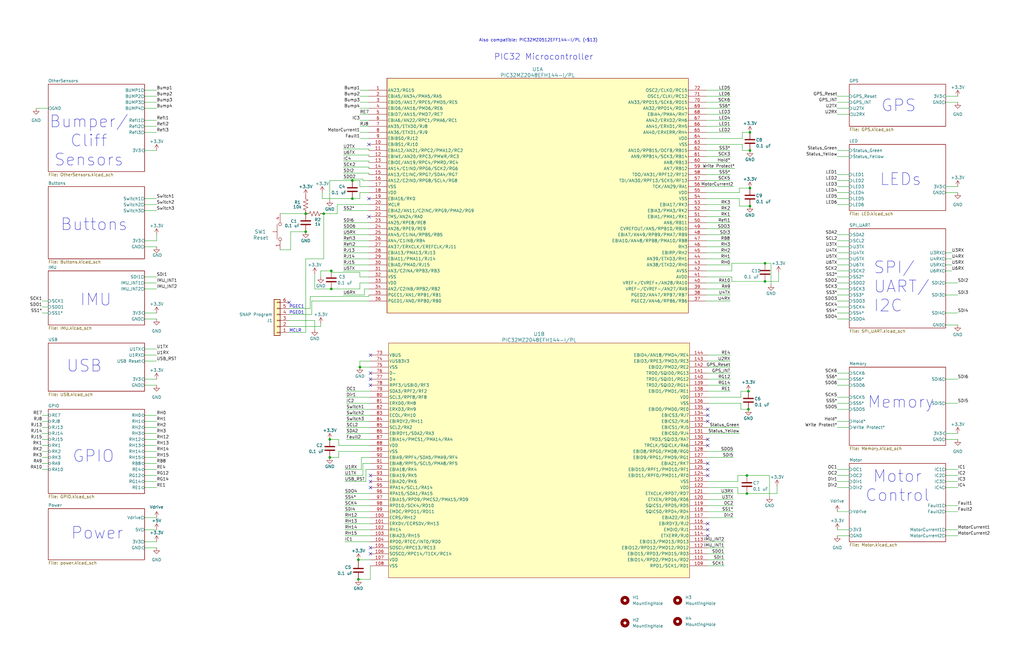
<source format=kicad_sch>
(kicad_sch (version 20250114) (generator "eeschema") (generator_version "9.0")
  (paper "B")
  (title_block (title "MCU Controller") (date "2025-06-11") (rev "0.3") (company "satomm@stanford.edu") (comment 1 "Department of Civil and Environmental Engineering") (comment 2 "Engineering Informatics Group") (comment 3 "Stanford University") (comment 4 "Matthew Sato"))
  (text "LEDs" (at 370.84 78.74 0) (effects (font (size 5 5)) (justify left bottom)))
  (text "GPIO" (at 30.48 195.58 0) (effects (font (size 5 5)) (justify left bottom)))
  (text "Motor\nControl" (at 378.46 212.09 0) (effects (font (size 5 5)) (justify bottom)))
  (text "PGEC1" (at 121.92 130.175 0) (effects (font (size 1.27 1.27)) (justify left bottom)))
  (text "GPS" (at 371.475 47.625 0) (effects (font (size 5 5)) (justify left bottom)))
  (text "Power" (at 29.845 227.965 0) (effects (font (size 5 5)) (justify left bottom)))
  (text "MCLR" (at 121.92 140.335 0) (effects (font (size 1.27 1.27)) (justify left bottom)))
  (text "PIC32 Microcontroller" (at 229.235 24.13 0) (effects (font (size 2.54 2.54))))
  (text "Also compatible: PIC32MZ0512EFF144-I/PL (~$13)" (at 201.93 17.78 0) (effects (font (size 1.27 1.27)) (justify left bottom)))
  (text "Buttons" (at 25.4 97.79 0) (effects (font (size 5 5)) (justify left bottom)))
  (text "PGED1" (at 121.92 132.715 0) (effects (font (size 1.27 1.27)) (justify left bottom)))
  (text "USB" (at 27.94 157.48 0) (effects (font (size 5 5)) (justify left bottom)))
  (text "Bumper/\nCliff\nSensors" (at 37.465 70.485 0) (effects (font (size 5 5)) (justify bottom)))
  (text "SPI/\nUART/\nI2C" (at 368.3 132.08 0) (effects (font (size 5 5)) (justify left bottom)))
  (text "Memory" (at 365.76 172.72 0) (effects (font (size 5 5)) (justify left bottom)))
  (text "IMU" (at 33.655 129.54 0) (effects (font (size 5 5)) (justify left bottom)))
  (junction (at 315.595 165.1))
  (junction (at 316.23 86.995))
  (junction (at 315.595 172.72))
  (junction (at 314.96 208.28))
  (junction (at 139.065 193.04))
  (junction (at 139.7 114.3))
  (junction (at 139.065 185.42))
  (junction (at 316.23 55.88))
  (junction (at 151.13 244.475))
  (junction (at 316.23 79.375))
  (junction (at 128.905 97.79))
  (junction (at 128.905 90.17))
  (junction (at 322.58 111.125))
  (junction (at 314.96 200.66))
  (junction (at 151.13 236.22))
  (junction (at 151.765 154.94))
  (junction (at 139.7 121.92))
  (junction (at 322.58 118.745))
  (junction (at 316.23 63.5))
  (junction (at 148.59 83.82))
  (junction (at 136.525 90.17))
  (junction (at 148.59 76.2))
  (no_connect (at 298.45 172.72))
  (no_connect (at 298.45 226.06))
  (no_connect (at 298.45 185.42))
  (no_connect (at 156.21 203.2))
  (no_connect (at 155.575 60.96))
  (no_connect (at 156.21 162.56))
  (no_connect (at 298.45 175.26))
  (no_connect (at 156.21 149.86))
  (no_connect (at 298.45 200.66))
  (no_connect (at 298.45 177.8))
  (no_connect (at 156.21 157.48))
  (no_connect (at 121.92 127.635))
  (no_connect (at 298.45 195.58))
  (no_connect (at 156.21 231.14))
  (no_connect (at 155.575 83.82))
  (no_connect (at 298.45 187.96))
  (no_connect (at 298.45 220.98))
  (no_connect (at 298.45 198.12))
  (no_connect (at 156.21 160.02))
  (no_connect (at 156.21 200.66))
  (no_connect (at 155.575 91.44))
  (no_connect (at 156.21 205.74))
  (no_connect (at 298.45 223.52))
  (no_connect (at 156.21 233.68))
  (wire (pts (xy 151.765 116.84) (xy 155.575 116.84)))
  (wire (pts (xy 353.06 48.26) (xy 358.14 48.26)))
  (wire (pts (xy 17.78 185.42) (xy 20.32 185.42)))
  (wire (pts (xy 60.96 203.2) (xy 66.04 203.2)))
  (wire (pts (xy 313.055 58.42) (xy 313.055 55.88)))
  (wire (pts (xy 398.78 213.36) (xy 403.86 213.36)))
  (wire (pts (xy 298.45 190.5) (xy 309.245 190.5)))
  (wire (pts (xy 60.96 38.1) (xy 66.04 38.1)))
  (wire (pts (xy 398.78 160.02) (xy 403.86 160.02)))
  (wire (pts (xy 118.11 105.41) (xy 122.555 105.41)))
  (wire (pts (xy 297.815 121.92) (xy 307.975 121.92)))
  (wire (pts (xy 297.815 88.9) (xy 307.975 88.9)))
  (wire (pts (xy 401.32 109.22) (xy 398.78 109.22)))
  (wire (pts (xy 151.765 53.34) (xy 155.575 53.34)))
  (wire (pts (xy 145.415 226.06) (xy 156.21 226.06)))
  (wire (pts (xy 353.06 134.62) (xy 358.14 134.62)))
  (wire (pts (xy 353.06 167.64) (xy 358.14 167.64)))
  (wire (pts (xy 152.4 193.04) (xy 152.4 198.12)))
  (wire (pts (xy 17.78 180.34) (xy 20.32 180.34)))
  (wire (pts (xy 60.96 134.62) (xy 66.04 134.62)))
  (wire (pts (xy 151.765 152.4) (xy 151.765 154.94)))
  (wire (pts (xy 17.78 127) (xy 20.32 127)))
  (wire (pts (xy 153.035 76.2) (xy 153.035 75.565)))
  (wire (pts (xy 353.06 124.46) (xy 358.14 124.46)))
  (wire (pts (xy 153.035 195.58) (xy 153.035 200.66)))
  (wire (pts (xy 311.15 200.66) (xy 314.96 200.66)))
  (wire (pts (xy 327.66 205.105) (xy 327.66 208.28)))
  (wire (pts (xy 146.05 167.64) (xy 156.21 167.64)))
  (wire (pts (xy 156.21 190.5) (xy 142.875 190.5)))
  (wire (pts (xy 353.06 78.74) (xy 358.14 78.74)))
  (wire (pts (xy 311.15 208.28) (xy 314.96 208.28)))
  (wire (pts (xy 297.815 40.64) (xy 307.975 40.64)))
  (wire (pts (xy 297.815 50.8) (xy 307.975 50.8)))
  (wire (pts (xy 142.875 190.5) (xy 142.875 193.04)))
  (wire (pts (xy 308.61 114.3) (xy 308.61 111.125)))
  (wire (pts (xy 311.785 83.82) (xy 311.785 86.995)))
  (wire (pts (xy 297.815 99.06) (xy 307.975 99.06)))
  (wire (pts (xy 17.78 198.12) (xy 20.32 198.12)))
  (wire (pts (xy 60.96 175.26) (xy 66.04 175.26)))
  (wire (pts (xy 146.05 185.42) (xy 156.21 185.42)))
  (wire (pts (xy 155.575 73.025) (xy 155.575 73.66)))
  (wire (pts (xy 155.575 86.36) (xy 142.24 86.36)))
  (wire (pts (xy 353.06 63.5) (xy 358.14 63.5)))
  (wire (pts (xy 297.815 43.18) (xy 307.975 43.18)))
  (wire (pts (xy 297.815 45.72) (xy 307.975 45.72)))
  (wire (pts (xy 297.815 109.22) (xy 307.975 109.22)))
  (wire (pts (xy 398.78 185.42) (xy 403.86 185.42)))
  (wire (pts (xy 398.78 40.64) (xy 403.86 40.64)))
  (wire (pts (xy 145.415 220.98) (xy 156.21 220.98)))
  (wire (pts (xy 398.78 119.38) (xy 403.86 119.38)))
  (wire (pts (xy 142.875 187.96) (xy 142.875 185.42)))
  (wire (pts (xy 297.815 101.6) (xy 307.848 101.6)))
  (wire (pts (xy 398.78 200.66) (xy 403.86 200.66)))
  (wire (pts (xy 298.45 160.02) (xy 307.975 160.02)))
  (wire (pts (xy 60.96 55.88) (xy 66.04 55.88)))
  (wire (pts (xy 151.765 81.28) (xy 151.765 83.82)))
  (wire (pts (xy 144.78 109.22) (xy 155.575 109.22)))
  (wire (pts (xy 403.86 182.88) (xy 398.78 182.88)))
  (wire (pts (xy 324.485 209.55) (xy 324.485 200.66)))
  (wire (pts (xy 60.96 116.84) (xy 66.04 116.84)))
  (wire (pts (xy 146.05 170.18) (xy 156.21 170.18)))
  (wire (pts (xy 312.42 172.72) (xy 312.42 170.18)))
  (wire (pts (xy 297.815 111.76) (xy 307.975 111.76)))
  (wire (pts (xy 66.04 147.32) (xy 60.96 147.32)))
  (wire (pts (xy 66.04 160.02) (xy 60.96 160.02)))
  (wire (pts (xy 17.78 187.96) (xy 20.32 187.96)))
  (wire (pts (xy 298.45 193.04) (xy 309.245 193.04)))
  (wire (pts (xy 155.575 119.38) (xy 151.765 119.38)))
  (wire (pts (xy 353.06 226.06) (xy 358.14 226.06)))
  (wire (pts (xy 298.45 228.6) (xy 305.435 228.6)))
  (wire (pts (xy 66.04 149.86) (xy 60.96 149.86)))
  (wire (pts (xy 297.815 83.82) (xy 311.785 83.82)))
  (wire (pts (xy 151.765 119.38) (xy 151.765 121.92)))
  (wire (pts (xy 60.96 121.92) (xy 66.04 121.92)))
  (wire (pts (xy 311.15 200.66) (xy 311.15 203.2)))
  (wire (pts (xy 151.765 58.42) (xy 155.575 58.42)))
  (wire (pts (xy 60.96 43.18) (xy 66.04 43.18)))
  (wire (pts (xy 60.96 223.52) (xy 66.04 223.52)))
  (wire (pts (xy 353.06 114.3) (xy 358.14 114.3)))
  (wire (pts (xy 60.96 132.08) (xy 66.04 132.08)))
  (wire (pts (xy 155.575 127) (xy 131.445 127)))
  (wire (pts (xy 144.78 75.565) (xy 153.035 75.565)))
  (wire (pts (xy 297.815 104.14) (xy 307.975 104.14)))
  (wire (pts (xy 156.21 193.04) (xy 152.4 193.04)))
  (wire (pts (xy 297.815 93.98) (xy 307.975 93.98)))
  (wire (pts (xy 144.78 88.9) (xy 155.575 88.9)))
  (wire (pts (xy 144.78 114.3) (xy 155.575 114.3)))
  (wire (pts (xy 142.24 90.17) (xy 136.525 90.17)))
  (wire (pts (xy 297.815 58.42) (xy 313.055 58.42)))
  (wire (pts (xy 312.42 165.1) (xy 315.595 165.1)))
  (wire (pts (xy 353.06 215.9) (xy 358.14 215.9)))
  (wire (pts (xy 353.06 116.84) (xy 358.14 116.84)))
  (wire (pts (xy 145.415 203.2) (xy 154.305 203.2)))
  (wire (pts (xy 144.78 70.485) (xy 155.575 70.485)))
  (wire (pts (xy 353.06 66.04) (xy 358.14 66.04)))
  (wire (pts (xy 312.42 167.64) (xy 312.42 165.1)))
  (wire (pts (xy 155.575 81.28) (xy 151.765 81.28)))
  (wire (pts (xy 60.96 182.88) (xy 66.04 182.88)))
  (wire (pts (xy 316.23 79.375) (xy 311.785 79.375)))
  (wire (pts (xy 353.06 200.66) (xy 358.14 200.66)))
  (wire (pts (xy 128.905 109.22) (xy 136.525 109.22)))
  (wire (pts (xy 136.525 109.22) (xy 136.525 90.17)))
  (wire (pts (xy 297.815 114.3) (xy 308.61 114.3)))
  (wire (pts (xy 353.06 119.38) (xy 358.14 119.38)))
  (wire (pts (xy 144.78 101.6) (xy 155.575 101.6)))
  (wire (pts (xy 403.86 81.28) (xy 398.78 81.28)))
  (wire (pts (xy 139.065 76.2) (xy 148.59 76.2)))
  (wire (pts (xy 353.06 43.18) (xy 358.14 43.18)))
  (wire (pts (xy 146.05 180.34) (xy 156.21 180.34)))
  (wire (pts (xy 118.11 90.17) (xy 128.905 90.17)))
  (wire (pts (xy 132.715 121.92) (xy 139.7 121.92)))
  (wire (pts (xy 156.21 244.475) (xy 151.13 244.475)))
  (wire (pts (xy 353.06 157.48) (xy 358.14 157.48)))
  (wire (pts (xy 156.21 198.12) (xy 154.305 198.12)))
  (wire (pts (xy 144.78 104.14) (xy 155.575 104.14)))
  (wire (pts (xy 297.815 66.04) (xy 307.975 66.04)))
  (wire (pts (xy 144.78 99.06) (xy 155.575 99.06)))
  (wire (pts (xy 122.555 97.79) (xy 128.905 97.79)))
  (wire (pts (xy 60.96 88.9) (xy 66.04 88.9)))
  (wire (pts (xy 146.05 172.72) (xy 156.21 172.72)))
  (wire (pts (xy 60.96 190.5) (xy 66.04 190.5)))
  (wire (pts (xy 353.06 104.14) (xy 358.14 104.14)))
  (wire (pts (xy 353.06 45.72) (xy 358.14 45.72)))
  (wire (pts (xy 313.055 60.96) (xy 297.815 60.96)))
  (wire (pts (xy 353.06 111.76) (xy 358.14 111.76)))
  (wire (pts (xy 144.78 106.68) (xy 155.575 106.68)))
  (wire (pts (xy 353.06 177.8) (xy 358.14 177.8)))
  (wire (pts (xy 298.45 215.9) (xy 309.245 215.9)))
  (wire (pts (xy 144.78 124.46) (xy 153.67 124.46)))
  (wire (pts (xy 297.815 91.44) (xy 307.975 91.44)))
  (wire (pts (xy 153.67 121.92) (xy 155.575 121.92)))
  (wire (pts (xy 298.45 218.44) (xy 309.245 218.44)))
  (wire (pts (xy 15.24 45.72) (xy 20.32 45.72)))
  (wire (pts (xy 155.575 70.485) (xy 155.575 71.12)))
  (wire (pts (xy 139.7 114.935) (xy 139.7 114.3)))
  (wire (pts (xy 145.415 198.12) (xy 152.4 198.12)))
  (wire (pts (xy 308.61 118.745) (xy 308.61 116.84)))
  (wire (pts (xy 353.06 127) (xy 358.14 127)))
  (wire (pts (xy 139.065 84.455) (xy 139.065 76.2)))
  (wire (pts (xy 146.05 165.1) (xy 156.21 165.1)))
  (wire (pts (xy 312.42 170.18) (xy 298.45 170.18)))
  (wire (pts (xy 17.78 190.5) (xy 20.32 190.5)))
  (wire (pts (xy 353.06 223.52) (xy 358.14 223.52)))
  (wire (pts (xy 353.06 106.68) (xy 358.14 106.68)))
  (wire (pts (xy 353.06 76.2) (xy 358.14 76.2)))
  (wire (pts (xy 298.45 180.34) (xy 311.785 180.34)))
  (wire (pts (xy 325.12 120.015) (xy 325.12 111.125)))
  (wire (pts (xy 17.78 195.58) (xy 20.32 195.58)))
  (wire (pts (xy 121.92 140.335) (xy 128.905 140.335)))
  (wire (pts (xy 146.05 175.26) (xy 156.21 175.26)))
  (wire (pts (xy 144.78 65.405) (xy 155.575 65.405)))
  (wire (pts (xy 151.765 45.72) (xy 155.575 45.72)))
  (wire (pts (xy 155.575 67.945) (xy 155.575 68.58)))
  (wire (pts (xy 128.905 140.335) (xy 128.905 109.22)))
  (wire (pts (xy 328.295 114.935) (xy 328.295 118.745)))
  (wire (pts (xy 298.45 238.76) (xy 305.435 238.76)))
  (wire (pts (xy 142.875 193.04) (xy 139.065 193.04)))
  (wire (pts (xy 297.815 127) (xy 307.975 127)))
  (wire (pts (xy 298.45 210.82) (xy 309.245 210.82)))
  (wire (pts (xy 144.78 111.76) (xy 155.575 111.76)))
  (wire (pts (xy 313.055 55.88) (xy 316.23 55.88)))
  (wire (pts (xy 353.06 81.28) (xy 358.14 81.28)))
  (wire (pts (xy 353.06 101.6) (xy 358.14 101.6)))
  (wire (pts (xy 298.45 157.48) (xy 307.975 157.48)))
  (wire (pts (xy 60.96 205.74) (xy 66.04 205.74)))
  (wire (pts (xy 132.715 139.065) (xy 132.715 135.255)))
  (wire (pts (xy 130.81 125.095) (xy 130.81 130.175)))
  (wire (pts (xy 328.295 118.745) (xy 322.58 118.745)))
  (wire (pts (xy 398.78 205.74) (xy 403.86 205.74)))
  (wire (pts (xy 353.06 121.92) (xy 358.14 121.92)))
  (wire (pts (xy 398.78 203.2) (xy 403.86 203.2)))
  (wire (pts (xy 132.715 115.57) (xy 132.715 121.92)))
  (wire (pts (xy 311.15 208.28) (xy 311.15 205.74)))
  (wire (pts (xy 155.575 125.095) (xy 130.81 125.095)))
  (wire (pts (xy 156.21 238.76) (xy 156.21 244.475)))
  (wire (pts (xy 66.04 86.36) (xy 60.96 86.36)))
  (wire (pts (xy 298.45 167.64) (xy 312.42 167.64)))
  (wire (pts (xy 60.96 198.12) (xy 66.04 198.12)))
  (wire (pts (xy 308.61 118.745) (xy 322.58 118.745)))
  (wire (pts (xy 145.415 213.36) (xy 156.21 213.36)))
  (wire (pts (xy 60.96 152.4) (xy 66.04 152.4)))
  (wire (pts (xy 311.15 205.74) (xy 298.45 205.74)))
  (wire (pts (xy 398.78 78.74) (xy 403.86 78.74)))
  (wire (pts (xy 60.96 53.34) (xy 66.04 53.34)))
  (wire (pts (xy 398.78 132.08) (xy 403.86 132.08)))
  (wire (pts (xy 324.485 200.66) (xy 314.96 200.66)))
  (wire (pts (xy 401.32 106.68) (xy 398.78 106.68)))
  (wire (pts (xy 353.06 198.12) (xy 358.14 198.12)))
  (wire (pts (xy 155.575 76.2) (xy 153.035 76.2)))
  (wire (pts (xy 151.765 50.8) (xy 155.575 50.8)))
  (wire (pts (xy 308.61 116.84) (xy 297.815 116.84)))
  (wire (pts (xy 327.66 208.28) (xy 314.96 208.28)))
  (wire (pts (xy 142.875 185.42) (xy 139.065 185.42)))
  (wire (pts (xy 353.06 172.72) (xy 358.14 172.72)))
  (wire (pts (xy 297.815 124.46) (xy 307.975 124.46)))
  (wire (pts (xy 353.06 99.06) (xy 358.14 99.06)))
  (wire (pts (xy 135.255 116.84) (xy 135.255 114.3)))
  (wire (pts (xy 297.815 86.36) (xy 307.975 86.36)))
  (wire (pts (xy 151.765 76.2) (xy 151.765 78.74)))
  (wire (pts (xy 156.21 187.96) (xy 142.875 187.96)))
  (wire (pts (xy 297.815 38.1) (xy 307.975 38.1)))
  (wire (pts (xy 298.45 231.14) (xy 305.435 231.14)))
  (wire (pts (xy 398.78 170.18) (xy 403.86 170.18)))
  (wire (pts (xy 60.96 50.8) (xy 66.04 50.8)))
  (wire (pts (xy 151.765 78.74) (xy 155.575 78.74)))
  (wire (pts (xy 353.06 162.56) (xy 358.14 162.56)))
  (wire (pts (xy 308.61 111.125) (xy 322.58 111.125)))
  (wire (pts (xy 155.575 65.405) (xy 155.575 66.04)))
  (wire (pts (xy 60.96 187.96) (xy 66.04 187.96)))
  (wire (pts (xy 298.45 213.36) (xy 309.245 213.36)))
  (wire (pts (xy 353.06 132.08) (xy 358.14 132.08)))
  (wire (pts (xy 297.815 48.26) (xy 307.975 48.26)))
  (wire (pts (xy 151.13 236.22) (xy 151.13 236.855)))
  (wire (pts (xy 316.23 63.5) (xy 313.055 63.5)))
  (wire (pts (xy 60.96 180.34) (xy 66.04 180.34)))
  (wire (pts (xy 153.67 121.92) (xy 153.67 124.46)))
  (wire (pts (xy 60.96 185.42) (xy 66.04 185.42)))
  (wire (pts (xy 401.32 114.3) (xy 398.78 114.3)))
  (wire (pts (xy 353.06 86.36) (xy 358.14 86.36)))
  (wire (pts (xy 60.96 119.38) (xy 66.04 119.38)))
  (wire (pts (xy 353.06 203.2) (xy 358.14 203.2)))
  (wire (pts (xy 17.78 129.54) (xy 20.32 129.54)))
  (wire (pts (xy 298.45 152.4) (xy 307.975 152.4)))
  (wire (pts (xy 139.7 121.92) (xy 151.765 121.92)))
  (wire (pts (xy 297.815 73.66) (xy 307.975 73.66)))
  (wire (pts (xy 60.96 63.5) (xy 66.04 63.5)))
  (wire (pts (xy 60.96 200.66) (xy 66.04 200.66)))
  (wire (pts (xy 311.15 203.2) (xy 298.45 203.2)))
  (wire (pts (xy 398.78 124.46) (xy 403.86 124.46)))
  (wire (pts (xy 145.415 215.9) (xy 156.21 215.9)))
  (wire (pts (xy 311.785 86.995) (xy 316.23 86.995)))
  (wire (pts (xy 131.445 127) (xy 131.445 132.715)))
  (wire (pts (xy 135.255 137.795) (xy 121.92 137.795)))
  (wire (pts (xy 60.96 101.6) (xy 66.04 101.6)))
  (wire (pts (xy 297.815 63.5) (xy 307.975 63.5)))
  (wire (pts (xy 135.255 114.3) (xy 139.7 114.3)))
  (wire (pts (xy 139.7 114.935) (xy 151.765 114.935)))
  (wire (pts (xy 353.06 83.82) (xy 358.14 83.82)))
  (wire (pts (xy 353.06 40.64) (xy 358.14 40.64)))
  (wire (pts (xy 298.45 233.68) (xy 305.435 233.68)))
  (wire (pts (xy 17.78 177.8) (xy 20.32 177.8)))
  (wire (pts (xy 151.765 154.94) (xy 156.21 154.94)))
  (wire (pts (xy 145.415 208.28) (xy 156.21 208.28)))
  (wire (pts (xy 353.06 73.66) (xy 358.14 73.66)))
  (wire (pts (xy 151.765 43.18) (xy 155.575 43.18)))
  (wire (pts (xy 398.78 223.52) (xy 403.86 223.52)))
  (wire (pts (xy 398.78 198.12) (xy 403.86 198.12)))
  (wire (pts (xy 398.78 215.9) (xy 403.86 215.9)))
  (wire (pts (xy 60.96 45.72) (xy 66.04 45.72)))
  (wire (pts (xy 151.765 40.64) (xy 155.575 40.64)))
  (wire (pts (xy 17.78 193.04) (xy 20.32 193.04)))
  (wire (pts (xy 66.04 104.14) (xy 60.96 104.14)))
  (wire (pts (xy 142.24 86.36) (xy 142.24 90.17)))
  (wire (pts (xy 325.12 111.125) (xy 322.58 111.125)))
  (wire (pts (xy 66.04 101.6) (xy 66.04 99.06)))
  (wire (pts (xy 66.04 228.6) (xy 60.96 228.6)))
  (wire (pts (xy 145.415 210.82) (xy 156.21 210.82)))
  (wire (pts (xy 148.59 76.2) (xy 151.765 76.2)))
  (wire (pts (xy 156.21 195.58) (xy 153.035 195.58)))
  (wire (pts (xy 144.78 62.865) (xy 155.575 62.865)))
  (wire (pts (xy 60.96 193.04) (xy 66.04 193.04)))
  (wire (pts (xy 145.415 200.66) (xy 153.035 200.66)))
  (wire (pts (xy 297.815 96.52) (xy 307.848 96.52)))
  (wire (pts (xy 146.05 182.88) (xy 156.21 182.88)))
  (wire (pts (xy 298.45 149.86) (xy 307.975 149.86)))
  (wire (pts (xy 298.45 208.28) (xy 309.245 208.28)))
  (wire (pts (xy 353.06 170.18) (xy 358.14 170.18)))
  (wire (pts (xy 353.06 160.02) (xy 358.14 160.02)))
  (wire (pts (xy 144.78 67.945) (xy 155.575 67.945)))
  (wire (pts (xy 151.765 48.26) (xy 155.575 48.26)))
  (wire (pts (xy 353.06 180.34) (xy 358.14 180.34)))
  (wire (pts (xy 151.765 83.82) (xy 148.59 83.82)))
  (wire (pts (xy 17.78 175.26) (xy 20.32 175.26)))
  (wire (pts (xy 122.555 105.41) (xy 122.555 97.79)))
  (wire (pts (xy 353.06 205.74) (xy 358.14 205.74)))
  (wire (pts (xy 17.78 182.88) (xy 20.32 182.88)))
  (wire (pts (xy 155.575 62.865) (xy 155.575 63.5)))
  (wire (pts (xy 60.96 195.58) (xy 66.04 195.58)))
  (wire (pts (xy 297.815 55.88) (xy 307.975 55.88)))
  (wire (pts (xy 151.765 114.935) (xy 151.765 116.84)))
  (wire (pts (xy 297.815 76.2) (xy 307.975 76.2)))
  (wire (pts (xy 146.05 177.8) (xy 156.21 177.8)))
  (wire (pts (xy 144.78 73.025) (xy 155.575 73.025)))
  (wire (pts (xy 60.96 40.64) (xy 66.04 40.64)))
  (wire (pts (xy 298.45 154.94) (xy 307.975 154.94)))
  (wire (pts (xy 156.21 152.4) (xy 151.765 152.4)))
  (wire (pts (xy 297.815 53.34) (xy 307.975 53.34)))
  (wire (pts (xy 145.415 218.44) (xy 156.21 218.44)))
  (wire (pts (xy 156.21 236.22) (xy 151.13 236.22)))
  (wire (pts (xy 60.96 162.56) (xy 66.04 162.56)))
  (wire (pts (xy 132.715 135.255) (xy 121.92 135.255)))
  (wire (pts (xy 66.04 231.14) (xy 60.96 231.14)))
  (wire (pts (xy 297.815 119.38) (xy 307.975 119.38)))
  (wire (pts (xy 398.78 226.06) (xy 403.86 226.06)))
  (wire (pts (xy 135.255 136.525) (xy 135.255 137.795)))
  (wire (pts (xy 298.45 165.1) (xy 307.975 165.1)))
  (wire (pts (xy 311.785 79.375) (xy 311.785 81.28)))
  (wire (pts (xy 151.765 38.1) (xy 155.575 38.1)))
  (wire (pts (xy 131.445 132.715) (xy 121.92 132.715)))
  (wire (pts (xy 66.04 218.44) (xy 60.96 218.44)))
  (wire (pts (xy 130.81 130.175) (xy 121.92 130.175)))
  (wire (pts (xy 353.06 109.22) (xy 358.14 109.22)))
  (wire (pts (xy 135.89 83.82) (xy 148.59 83.82)))
  (wire (pts (xy 297.815 78.74) (xy 309.245 78.74)))
  (wire (pts (xy 144.78 96.52) (xy 155.575 96.52)))
  (wire (pts (xy 403.86 43.18) (xy 398.78 43.18)))
  (wire (pts (xy 298.45 182.88) (xy 311.785 182.88)))
  (wire (pts (xy 297.815 71.12) (xy 309.88 71.12)))
  (wire (pts (xy 297.815 68.58) (xy 307.975 68.58)))
  (wire (pts (xy 151.765 55.88) (xy 155.575 55.88)))
  (wire (pts (xy 17.78 132.08) (xy 20.32 132.08)))
  (wire (pts (xy 155.575 125.095) (xy 155.575 124.46)))
  (wire (pts (xy 401.32 111.76) (xy 398.78 111.76)))
  (wire (pts (xy 145.415 223.52) (xy 156.21 223.52)))
  (wire (pts (xy 297.815 106.68) (xy 307.975 106.68)))
  (wire (pts (xy 60.96 177.8) (xy 66.04 177.8)))
  (wire (pts (xy 315.595 172.72) (xy 312.42 172.72)))
  (wire (pts (xy 144.78 93.98) (xy 155.575 93.98)))
  (wire (pts (xy 145.415 228.6) (xy 156.21 228.6)))
  (wire (pts (xy 60.96 83.82) (xy 66.04 83.82)))
  (wire (pts (xy 298.45 236.22) (xy 305.435 236.22)))
  (wire (pts (xy 313.055 63.5) (xy 313.055 60.96)))
  (wire (pts (xy 135.89 81.28) (xy 135.89 83.82)))
  (wire (pts (xy 311.785 81.28) (xy 297.815 81.28)))
  (wire (pts (xy 298.45 162.56) (xy 307.975 162.56)))
  (wire (pts (xy 398.78 137.16) (xy 403.86 137.16)))
  (wire (pts (xy 353.06 129.54) (xy 358.14 129.54)))
  (wire (pts (xy 154.305 198.12) (xy 154.305 203.2)))
  (label "RJ13" (at 17.78 180.34 180))
  (label "LED2" (at 307.975 55.88 180))
  (label "Hold*" (at 307.975 68.58 180))
  (label "RH2" (at 307.975 106.68 180))
  (label "IC4" (at 403.86 205.74 0))
  (label "SS1*" (at 17.78 132.08 180))
  (label "IMU_INT2" (at 66.04 121.92 0))
  (label "RK3" (at 17.78 193.04 180))
  (label "U6RX" (at 401.32 114.3 0))
  (label "U5TX" (at 353.06 109.22 180))
  (label "SDI5" (at 403.86 170.18 0))
  (label "RH14" (at 145.415 223.52 0))
  (label "IMU_INT2" (at 305.435 228.6 180))
  (label "OC2" (at 309.245 213.36 180))
  (label "Switch3" (at 66.04 88.9 0))
  (label "Write Protect*" (at 353.06 180.34 180))
  (label "IMU_INT1" (at 305.435 231.14 180))
  (label "SDA2" (at 353.06 99.06 180))
  (label "U5RX" (at 401.32 111.76 0))
  (label "SDO3" (at 307.848 96.52 180))
  (label "SCK4" (at 353.06 129.54 180))
  (label "RH12" (at 66.04 185.42 0))
  (label "RK2" (at 17.78 190.5 180))
  (label "RG14" (at 307.975 162.56 180))
  (label "OC1" (at 146.05 165.1 0))
  (label "IC2" (at 146.05 170.18 0))
  (label "MotorCurrent1" (at 403.86 223.52 0))
  (label "Refl3" (at 66.04 55.88 0))
  (label "SS4*" (at 353.06 132.08 180))
  (label "SDI3" (at 403.86 124.46 0))
  (label "LED5" (at 353.06 83.82 180))
  (label "RK2" (at 307.975 88.9 180))
  (label "SDO1" (at 17.78 129.54 180))
  (label "RG14" (at 66.04 203.2 0))
  (label "RE4" (at 66.04 198.12 0))
  (label "SDO6" (at 144.78 96.52 0))
  (label "RE7" (at 151.765 48.26 0))
  (label "SS3*" (at 353.06 124.46 180))
  (label "LED4" (at 353.06 81.28 180))
  (label "Refl1" (at 66.04 50.8 0))
  (label "IMU_INT1" (at 66.04 119.38 0))
  (label "SDI5" (at 309.245 193.04 180))
  (label "U5RX" (at 144.78 99.06 0))
  (label "RJ14" (at 144.78 109.22 0))
  (label "RH3" (at 307.975 104.14 180))
  (label "RH13" (at 145.415 220.98 0))
  (label "SDO3" (at 353.06 127 180))
  (label "Status_Yellow" (at 353.06 66.04 180))
  (label "SCK4" (at 145.415 213.36 0))
  (label "U3TX" (at 309.245 210.82 180))
  (label "Refl2" (at 66.04 53.34 0))
  (label "IC1" (at 145.415 228.6 0))
  (label "RK3" (at 307.975 86.36 180))
  (label "RJ14" (at 17.78 182.88 180))
  (label "RJ8" (at 17.78 177.8 180))
  (label "SS5*" (at 307.975 73.66 180))
  (label "RB8" (at 66.04 195.58 0))
  (label "Status_Green" (at 353.06 63.5 180))
  (label "SDO1" (at 305.435 233.68 180))
  (label "SCK6" (at 353.06 157.48 180))
  (label "SDO5" (at 353.06 172.72 180))
  (label "SCK5" (at 353.06 167.64 180))
  (label "SDI6" (at 144.78 93.98 0))
  (label "SDI4" (at 403.86 132.08 0))
  (label "SDA2" (at 146.05 182.88 0))
  (label "SS6*" (at 353.06 160.02 180))
  (label "SCK6" (at 307.975 43.18 180))
  (label "U3RX" (at 401.32 106.68 0))
  (label "Write Protect*" (at 309.88 71.12 180))
  (label "U4TX" (at 307.975 124.46 180))
  (label "U6TX" (at 144.78 65.405 0))
  (label "RJ13" (at 144.78 106.68 0))
  (label "U5TX" (at 144.78 114.3 0))
  (label "U2TX" (at 353.06 45.72 180))
  (label "USB_RST" (at 66.04 152.4 0))
  (label "Dir1" (at 146.05 167.64 0))
  (label "RH12" (at 145.415 218.44 0))
  (label "RA9" (at 17.78 195.58 180))
  (label "Bump1" (at 66.04 38.1 0))
  (label "U6RX" (at 144.78 124.46 0))
  (label "RH2" (at 66.04 180.34 0))
  (label "SDO4" (at 353.06 134.62 180))
  (label "RA10" (at 307.975 119.38 180))
  (label "SCK3" (at 307.975 66.04 180))
  (label "SS2*" (at 144.78 88.9 0))
  (label "SS6*" (at 307.975 45.72 180))
  (label "SCK1" (at 305.435 238.76 180))
  (label "SDI2" (at 403.86 119.38 0))
  (label "U3RX" (at 309.245 208.28 180))
  (label "RA9" (at 307.975 121.92 180))
  (label "MotorCurrent1" (at 151.765 55.88 180))
  (label "Fault2" (at 403.86 215.9 0))
  (label "SCL2" (at 353.06 101.6 180))
  (label "RH15" (at 66.04 193.04 0))
  (label "SCL2" (at 146.05 180.34 0))
  (label "RH0" (at 307.975 111.76 180))
  (label "SDI6" (at 403.86 160.02 0))
  (label "SDO5" (at 309.245 190.5 180))
  (label "SCK2" (at 353.06 114.3 180))
  (label "Switch3" (at 146.05 177.8 0))
  (label "GPS_INT" (at 307.975 157.48 180))
  (label "Switch2" (at 66.04 86.36 0))
  (label "U3TX" (at 353.06 104.14 180))
  (label "Switch1" (at 66.04 83.82 0))
  (label "RB8" (at 307.848 101.6 180))
  (label "SCK3" (at 353.06 121.92 180))
  (label "U6TX" (at 353.06 111.76 180))
  (label "U4RX" (at 307.975 127 180))
  (label "U1RX" (at 145.415 198.12 0))
  (label "Bump2" (at 66.04 40.64 0))
  (label "SS2*" (at 353.06 116.84 180))
  (label "Fault1" (at 403.86 213.36 0))
  (label "Hold*" (at 353.06 177.8 180))
  (label "MotorCurrent2" (at 309.245 78.74 180))
  (label "RE1" (at 66.04 205.74 0))
  (label "SS4*" (at 145.415 210.82 0))
  (label "LED6" (at 353.06 86.36 180))
  (label "Fault2" (at 146.05 185.42 0))
  (label "IC2" (at 403.86 200.66 0))
  (label "U2RX" (at 353.06 48.26 180))
  (label "SS3*" (at 307.975 63.5 180))
  (label "U2RX" (at 307.975 152.4 180))
  (label "RH14" (at 66.04 190.5 0))
  (label "Dir2" (at 353.06 205.74 180))
  (label "RE7" (at 17.78 175.26 180))
  (label "Bump2" (at 151.765 40.64 180))
  (label "U1TX" (at 66.04 147.32 0))
  (label "RJ8" (at 151.765 53.34 0))
  (label "Bump4" (at 151.765 45.72 180))
  (label "RH3" (at 66.04 182.88 0))
  (label "Fault1" (at 151.765 58.42 180))
  (label "Bump3" (at 66.04 43.18 0))
  (label "SS1*" (at 309.245 215.9 180))
  (label "IC1" (at 403.86 198.12 0))
  (label "RK1" (at 17.78 187.96 180))
  (label "SDI1" (at 305.435 236.22 180))
  (label "IC3" (at 403.86 203.2 0))
  (label "Switch2" (at 146.05 175.26 0))
  (label "SDI3" (at 307.975 99.06 180))
  (label "Refl2" (at 144.78 104.14 0))
  (label "U1RX" (at 66.04 149.86 0))
  (label "RJ15" (at 17.78 185.42 180))
  (label "SDO2" (at 353.06 119.38 180))
  (label "Switch1" (at 146.05 172.72 0))
  (label "LED6" (at 307.975 40.64 180))
  (label "RH1" (at 66.04 177.8 0))
  (label "RH15" (at 145.415 226.06 0))
  (label "RH13" (at 66.04 187.96 0))
  (label "GPS_Reset" (at 307.975 154.94 180))
  (label "U4TX" (at 353.06 106.68 180))
  (label "MotorCurrent2" (at 403.86 226.06 0))
  (label "RE4" (at 307.975 149.86 180))
  (label "IC4" (at 144.78 67.945 0))
  (label "OC2" (at 353.06 200.66 180))
  (label "SCK1" (at 17.78 127 180))
  (label "USB_RST" (at 145.415 203.2 0))
  (label "SCK2" (at 144.78 70.485 0))
  (label "Dir1" (at 353.06 203.2 180))
  (label "U2TX" (at 144.78 62.865 0))
  (label "SDO2" (at 144.78 75.565 0))
  (label "LED5" (at 307.975 38.1 180))
  (label "RK1" (at 307.975 91.44 180))
  (label "RE1" (at 307.975 165.1 180))
  (label "SDI2" (at 144.78 73.025 0))
  (label "IC3" (at 151.765 50.8 180))
  (label "Bump1" (at 151.765 38.1 180))
  (label "GPS_Reset" (at 353.06 40.64 180))
  (label "Dir2" (at 309.245 218.44 180))
  (label "SDI4" (at 145.415 215.9 0))
  (label "LED4" (at 307.975 50.8 180))
  (label "RG12" (at 307.975 160.02 180))
  (label "OC1" (at 353.06 198.12 180))
  (label "Bump3" (at 151.765 43.18 180))
  (label "Refl1" (at 307.975 93.98 180))
  (label "LED1" (at 353.06 73.66 180))
  (label "U1TX" (at 145.415 200.66 0))
  (label "RH0" (at 66.04 175.26 0))
  (label "SS5*" (at 353.06 170.18 180))
  (label "U4RX" (at 401.32 109.22 0))
  (label "RA10" (at 17.78 198.12 180))
  (label "Status_Yellow" (at 311.785 182.88 180))
  (label "LED1" (at 307.975 53.34 180))
  (label "LED3" (at 353.06 78.74 180))
  (label "RJ15" (at 144.78 111.76 0))
  (label "SCK5" (at 307.975 76.2 180))
  (label "RH1" (at 307.975 109.22 180))
  (label "RG12" (at 66.04 200.66 0))
  (label "SDO6" (at 353.06 162.56 180))
  (label "LED3" (at 307.975 48.26 180))
  (label "Bump4" (at 66.04 45.72 0))
  (label "Status_Green" (at 311.785 180.34 180))
  (label "LED2" (at 353.06 76.2 180))
  (label "SDI1" (at 66.04 116.84 0))
  (label "GPS_INT" (at 353.06 43.18 180))
  (label "Refl3" (at 144.78 101.6 0))
  (label "SDO4" (at 145.415 208.28 0))
  (symbol (lib_id "power:GND") (at 151.13 244.475 0) (unit 1)
    (property "Reference" "#PWR024" (effects (hide yes)))
    (property "Value" "GND" (at 151.13 248.285 0))
  )
  (symbol (lib_id "power:GND") (at 325.12 120.015 0) (unit 1)
    (property "Reference" "#PWR034" (effects (hide yes)))
    (property "Value" "GND" (at 325.12 123.825 0))
  )
  (symbol (lib_id "Lab_3:MountingHole") (at 285.75 253.365 0) (unit 1) (in_bom no)
    (property "Reference" "H3" (at 288.925 252.095 0) (effects (justify left)))
    (property "Value" "MountingHole" (at 288.925 254.635 0) (effects (justify left)))
    (property "Footprint" "MountingHole:MountingHole_3.2mm_M3" (effects (hide yes)))
  )
  (symbol (lib_id "power:+3.3V") (at 316.23 79.375 0) (unit 1)
    (property "Reference" "#PWR030" (effects (hide yes)))
    (property "Value" "+3.3V" (at 316.23 75.565 0))
  )
  (symbol (lib_id "power:GND") (at 324.485 209.55 0) (unit 1)
    (property "Reference" "#PWR032" (effects (hide yes)))
    (property "Value" "GND" (at 324.485 213.36 0))
  )
  (symbol (lib_id "power:+3.3V") (at 66.04 132.08 0) (unit 1)
    (property "Reference" "#PWR011" (effects (hide yes)))
    (property "Value" "+3.3V" (at 66.04 128.27 0))
  )
  (symbol (lib_id "Device:C") (at 139.065 189.23 0) (unit 1)
    (property "Reference" "C2" (at 133.35 187.96 0) (effects (justify left)))
    (property "Value" "0.1 uF" (at 130.175 190.5 0) (effects (justify left)))
    (property "Footprint" "Capacitor_SMD:C_0805_2012Metric_Pad1.18x1.45mm_HandSolder" (effects (hide yes)))
    (property "Datasheet" "https://mm.digikey.com/Volume0/opasdata/d220001/medias/docus/609/CL21B104KBCNNN_Spec.pdf" (effects (hide yes)))
    (property "Description" "CAP CER 0.1UF 50V X7R 0805" (effects (hide yes)))
    (property "Mfr" "Samsung Electro-Mechanics" (effects (hide yes)))
    (property "Mfr P/N" "CL21B104KBCNNNC" (effects (hide yes)))
    (property "Supplier 1" "DigiKey" (effects (hide yes)))
    (property "Supplier 1 P/N" "1276-1003-1-ND" (effects (hide yes)))
  )
  (symbol (lib_id "power:+3.3V") (at 66.04 160.02 0) (unit 1)
    (property "Reference" "#PWR07" (effects (hide yes)))
    (property "Value" "+3.3V" (at 66.04 156.21 0))
  )
  (symbol (lib_id "power:GND") (at 316.23 86.995 0) (unit 1)
    (property "Reference" "#PWR031" (effects (hide yes)))
    (property "Value" "GND" (at 316.23 90.805 0))
  )
  (symbol (lib_name "PIC32MZ2048EFH144-I_PL_1") (lib_id "RobotLibary:PIC32MZ2048EFH144-I_PL") (at 156.21 149.86 0) (unit 2)
    (property "Reference" "U1" (at 227.33 140.97 0) (effects (font (size 1.524 1.524))))
    (property "Value" "PIC32MZ2048EFH144-I/PL" (at 227.33 143.51 0) (effects (font (size 1.524 1.524))))
    (property "Footprint" "RobotLibrary:LQFP144_PL_MCH-M" (effects (hide yes)))
    (property "Datasheet" "PIC32MZ2048EFH144-I/PL" (effects (hide yes)))
    (property "Description" "MIPS32® M-Class PIC® 32MZ Microcontroller IC 32-Bit Single-Core 200MHz 2MB (2M x 8) FLASH 144-LQFP (20x20)" (effects (hide yes)))
    (property "Mfr" "Microchip Technology" (effects (hide yes)))
    (property "Mfr P/N" "PIC32MZ2048EFH144-I/PL" (effects (hide yes)))
    (property "Supplier 1" "DigiKey" (effects (hide yes)))
    (property "Supplier 1 P/N" "PIC32MZ2048EFH144-I/PL-ND" (effects (hide yes)))
    (property "Supplier 2" "Mouser" (effects (hide yes)))
    (property "Supplier 2 P/N" "579-MZ2048EFH144IPL" (effects (hide yes)))
  )
  (symbol (lib_id "Device:C") (at 322.58 114.935 0) (unit 1)
    (property "Reference" "C10" (at 316.865 114.3 0) (effects (justify left)))
    (property "Value" "0.1 uF" (at 313.69 116.84 0) (effects (justify left)))
    (property "Footprint" "Capacitor_SMD:C_0805_2012Metric_Pad1.18x1.45mm_HandSolder" (effects (hide yes)))
    (property "Datasheet" "https://mm.digikey.com/Volume0/opasdata/d220001/medias/docus/609/CL21B104KBCNNN_Spec.pdf" (effects (hide yes)))
    (property "Description" "CAP CER 0.1UF 50V X7R 0805" (effects (hide yes)))
    (property "Mfr" "Samsung Electro-Mechanics" (effects (hide yes)))
    (property "Mfr P/N" "CL21B104KBCNNNC" (effects (hide yes)))
    (property "Supplier 1" "DigiKey" (effects (hide yes)))
    (property "Supplier 1 P/N" "1276-1003-1-ND" (effects (hide yes)))
  )
  (symbol (lib_id "Device:C") (at 316.23 83.185 0) (unit 1)
    (property "Reference" "C9" (at 318.77 82.55 0) (effects (justify left)))
    (property "Value" "0.1 uF" (at 318.77 85.09 0) (effects (justify left)))
    (property "Footprint" "Capacitor_SMD:C_0805_2012Metric_Pad1.18x1.45mm_HandSolder" (effects (hide yes)))
    (property "Datasheet" "https://mm.digikey.com/Volume0/opasdata/d220001/medias/docus/609/CL21B104KBCNNN_Spec.pdf" (effects (hide yes)))
    (property "Description" "CAP CER 0.1UF 50V X7R 0805" (effects (hide yes)))
    (property "Mfr" "Samsung Electro-Mechanics" (effects (hide yes)))
    (property "Mfr P/N" "CL21B104KBCNNNC" (effects (hide yes)))
    (property "Supplier 1" "DigiKey" (effects (hide yes)))
    (property "Supplier 1 P/N" "1276-1003-1-ND" (effects (hide yes)))
  )
  (symbol (lib_id "power:GND") (at 315.595 172.72 0) (unit 1)
    (property "Reference" "#PWR027" (effects (hide yes)))
    (property "Value" "GND" (at 315.595 176.53 0))
  )
  (symbol (lib_id "power:GND") (at 139.065 193.04 0) (unit 1)
    (property "Reference" "#PWR022" (effects (hide yes)))
    (property "Value" "GND" (at 139.065 196.85 0))
  )
  (symbol (lib_id "Device:R_US") (at 132.715 90.17 270) (unit 1)
    (property "Reference" "R2" (at 133.985 92.71 90))
    (property "Value" "1k" (at 133.985 94.615 90))
    (property "Footprint" "Resistor_SMD:R_0805_2012Metric_Pad1.20x1.40mm_HandSolder" (effects (hide yes)))
    (property "Datasheet" "https://www.seielect.com/catalog/sei-rmcf_rmcp.pdf" (effects (hide yes)))
    (property "Description" "RES 1K OHM 1% 1/8W 0805" (effects (hide yes)))
    (property "Mfr" "Stackpole Electronics Inc" (effects (hide yes)))
    (property "Mfr P/N" "RMCF0805FT1K00" (effects (hide yes)))
    (property "Supplier 1" "DigiKey" (effects (hide yes)))
    (property "Supplier 1 P/N" "RMCF0805FT1K00CT-ND" (effects (hide yes)))
  )
  (symbol (lib_id "Device:C") (at 139.7 118.11 0) (unit 1)
    (property "Reference" "C3" (at 142.875 116.84 0) (effects (justify left)))
    (property "Value" "0.1 uF" (at 142.24 119.38 0) (effects (justify left)))
    (property "Footprint" "Capacitor_SMD:C_0805_2012Metric_Pad1.18x1.45mm_HandSolder" (effects (hide yes)))
    (property "Datasheet" "https://mm.digikey.com/Volume0/opasdata/d220001/medias/docus/609/CL21B104KBCNNN_Spec.pdf" (effects (hide yes)))
    (property "Description" "CAP CER 0.1UF 50V X7R 0805" (effects (hide yes)))
    (property "Mfr" "Samsung Electro-Mechanics" (effects (hide yes)))
    (property "Mfr P/N" "CL21B104KBCNNNC" (effects (hide yes)))
    (property "Supplier 1" "DigiKey" (effects (hide yes)))
    (property "Supplier 1 P/N" "1276-1003-1-ND" (effects (hide yes)))
  )
  (symbol (lib_id "power:+3.3V") (at 315.595 165.1 0) (unit 1)
    (property "Reference" "#PWR026" (effects (hide yes)))
    (property "Value" "+3.3V" (at 315.595 161.29 0))
  )
  (symbol (lib_id "power:+3.3V") (at 66.04 63.5 0) (unit 1)
    (property "Reference" "#PWR01" (effects (hide yes)))
    (property "Value" "+3.3V" (at 66.04 59.69 0))
  )
  (symbol (lib_id "Connector_Generic:Conn_01x06") (at 116.84 135.255 180) (unit 1)
    (property "Reference" "J1" (at 114.935 135.255 0) (effects (justify left)))
    (property "Value" "SNAP Program" (at 114.935 132.715 0) (effects (justify left)))
    (property "Footprint" "Connector_PinSocket_2.54mm:PinSocket_1x06_P2.54mm_Horizontal" (effects (hide yes)))
    (property "Datasheet" "https://mm.digikey.com/Volume0/opasdata/d220001/medias/docus/386/xRxCzzzSxxN-M71RC_11637-B.pdf" (effects (hide yes)))
    (property "Description" "Connector Header Through Hole, Right Angle 6 position 0.100\" (2.54mm)" (effects (hide yes)))
    (property "Mfr" "Sullins Connector Solutions" (effects (hide yes)))
    (property "Mfr P/N" "PRPC006SBAN-M71RC" (effects (hide yes)))
    (property "Supplier 1" "DigiKey" (effects (hide yes)))
    (property "Supplier 1 P/N" "S1111EC-06-ND" (effects (hide yes)))
  )
  (symbol (lib_id "Device:C") (at 148.59 80.01 0) (unit 1)
    (property "Reference" "C4" (at 142.875 78.74 0) (effects (justify left)))
    (property "Value" "0.1 uF" (at 139.7 81.28 0) (effects (justify left)))
    (property "Footprint" "Capacitor_SMD:C_0805_2012Metric_Pad1.18x1.45mm_HandSolder" (effects (hide yes)))
    (property "Datasheet" "https://mm.digikey.com/Volume0/opasdata/d220001/medias/docus/609/CL21B104KBCNNN_Spec.pdf" (effects (hide yes)))
    (property "Description" "CAP CER 0.1UF 50V X7R 0805" (effects (hide yes)))
    (property "Mfr" "Samsung Electro-Mechanics" (effects (hide yes)))
    (property "Mfr P/N" "CL21B104KBCNNNC" (effects (hide yes)))
    (property "Supplier 1" "DigiKey" (effects (hide yes)))
    (property "Supplier 1 P/N" "1276-1003-1-ND" (effects (hide yes)))
  )
  (symbol (lib_id "power:+3.3V") (at 66.04 99.06 0) (unit 1)
    (property "Reference" "#PWR09" (effects (hide yes)))
    (property "Value" "+3.3V" (at 66.04 95.25 0))
  )
  (symbol (lib_id "power:+3.3V") (at 327.66 205.105 0) (unit 1)
    (property "Reference" "#PWR033" (effects (hide yes)))
    (property "Value" "+3.3V" (at 327.66 201.295 0))
  )
  (symbol (lib_id "power:GND") (at 66.04 134.62 0) (unit 1)
    (property "Reference" "#PWR012" (effects (hide yes)))
    (property "Value" "GND" (at 66.04 139.7 0))
  )
  (symbol (lib_id "power:+5V") (at 66.04 223.52 0) (unit 1)
    (property "Reference" "#PWR04" (effects (hide yes)))
    (property "Value" "+5V" (at 66.04 219.71 0))
  )
  (symbol (lib_id "power:Vdrive") (at 66.04 218.44 0) (unit 1)
    (property "Reference" "#PWR03" (effects (hide yes)))
    (property "Value" "Vdrive" (at 66.04 213.995 0))
  )
  (symbol (lib_id "Device:R_US") (at 128.905 86.36 180) (unit 1)
    (property "Reference" "R1" (at 125.4125 85.4075 0))
    (property "Value" "10k" (at 125.4125 87.3125 0))
    (property "Footprint" "Resistor_SMD:R_0805_2012Metric_Pad1.20x1.40mm_HandSolder" (effects (hide yes)))
    (property "Datasheet" "https://www.seielect.com/catalog/sei-rmcf_rmcp.pdf" (effects (hide yes)))
    (property "Description" "RES 10K OHM 1% 1/8W 0805" (effects (hide yes)))
    (property "Mfr" "Stackpole Electronics Inc" (effects (hide yes)))
    (property "Mfr P/N" "RMCF0805FT10K0" (effects (hide yes)))
    (property "Supplier 1" "DigiKey" (effects (hide yes)))
    (property "Supplier 1 P/N" "RMCF0805FT10K0CT-ND" (effects (hide yes)))
  )
  (symbol (lib_id "power:+3.3V") (at 139.065 185.42 0) (unit 1)
    (property "Reference" "#PWR021" (effects (hide yes)))
    (property "Value" "+3.3V" (at 139.065 181.61 0))
  )
  (symbol (lib_id "Device:C") (at 315.595 168.91 0) (unit 1)
    (property "Reference" "C6" (at 318.135 168.275 0) (effects (justify left)))
    (property "Value" "0.1 uF" (at 318.135 170.815 0) (effects (justify left)))
    (property "Footprint" "Capacitor_SMD:C_0805_2012Metric_Pad1.18x1.45mm_HandSolder" (effects (hide yes)))
    (property "Datasheet" "https://mm.digikey.com/Volume0/opasdata/d220001/medias/docus/609/CL21B104KBCNNN_Spec.pdf" (effects (hide yes)))
    (property "Description" "CAP CER 0.1UF 50V X7R 0805" (effects (hide yes)))
    (property "Mfr" "Samsung Electro-Mechanics" (effects (hide yes)))
    (property "Mfr P/N" "CL21B104KBCNNNC" (effects (hide yes)))
    (property "Supplier 1" "DigiKey" (effects (hide yes)))
    (property "Supplier 1 P/N" "1276-1003-1-ND" (effects (hide yes)))
  )
  (symbol (lib_id "RobotLibary:B3F-1020") (at 118.11 97.79 90) (unit 1)
    (property "Reference" "SW1" (at 107.315 97.79 90) (effects (font (size 1.524 1.524)) (justify right)))
    (property "Value" "Reset" (at 106.68 100.33 90) (effects (font (size 1.524 1.524)) (justify right)))
    (property "Footprint" "RobotLibrary:SW_B3F-1000_OMR" (effects (hide yes)))
    (property "Datasheet" "B3F-1020" (effects (hide yes)))
    (property "Description" "SWITCH TACTILE SPST-NO 0.05A 24V" (effects (hide yes)))
    (property "Mfr" "Omron Electronics Inc-EMC Div" (effects (hide yes)))
    (property "Mfr P/N" "B3F-1020" (effects (hide yes)))
    (property "Supplier 1" "DigiKey" (effects (hide yes)))
    (property "Supplier 1 P/N" "SW402-ND" (effects (hide yes)))
  )
  (symbol (lib_id "power:GND") (at 139.065 84.455 0) (unit 1)
    (property "Reference" "#PWR020" (effects (hide yes)))
    (property "Value" "GND" (at 139.065 88.265 0))
  )
  (symbol (lib_id "Device:C") (at 128.905 93.98 0) (unit 1)
    (property "Reference" "C1" (at 122.555 93.345 0) (effects (justify left)))
    (property "Value" "0.1 uF" (at 120.015 95.25 0) (effects (justify left)))
    (property "Footprint" "Capacitor_SMD:C_0805_2012Metric_Pad1.18x1.45mm_HandSolder" (effects (hide yes)))
    (property "Datasheet" "https://mm.digikey.com/Volume0/opasdata/d220001/medias/docus/609/CL21B104KBCNNN_Spec.pdf" (effects (hide yes)))
    (property "Description" "CAP CER 0.1UF 50V X7R 0805" (effects (hide yes)))
    (property "Mfr" "Samsung Electro-Mechanics" (effects (hide yes)))
    (property "Mfr P/N" "CL21B104KBCNNNC" (effects (hide yes)))
    (property "Supplier 1" "DigiKey" (effects (hide yes)))
    (property "Supplier 1 P/N" "1276-1003-1-ND" (effects (hide yes)))
  )
  (symbol (lib_id "power:+3.3V") (at 328.295 114.935 0) (unit 1)
    (property "Reference" "#PWR035" (effects (hide yes)))
    (property "Value" "+3.3V" (at 328.295 111.125 0))
  )
  (symbol (lib_id "Lab_3:MountingHole") (at 263.525 253.365 0) (unit 1) (in_bom no)
    (property "Reference" "H1" (at 266.7 252.095 0) (effects (justify left)))
    (property "Value" "MountingHole" (at 266.7 254.635 0) (effects (justify left)))
    (property "Footprint" "MountingHole:MountingHole_3.2mm_M3" (effects (hide yes)))
  )
  (symbol (lib_id "Device:C") (at 314.96 204.47 0) (unit 1)
    (property "Reference" "C7" (at 317.5 203.835 0) (effects (justify left)))
    (property "Value" "0.1 uF" (at 317.5 206.375 0) (effects (justify left)))
    (property "Footprint" "Capacitor_SMD:C_0805_2012Metric_Pad1.18x1.45mm_HandSolder" (effects (hide yes)))
    (property "Datasheet" "https://mm.digikey.com/Volume0/opasdata/d220001/medias/docus/609/CL21B104KBCNNN_Spec.pdf" (effects (hide yes)))
    (property "Description" "CAP CER 0.1UF 50V X7R 0805" (effects (hide yes)))
    (property "Mfr" "Samsung Electro-Mechanics" (effects (hide yes)))
    (property "Mfr P/N" "CL21B104KBCNNNC" (effects (hide yes)))
    (property "Supplier 1" "DigiKey" (effects (hide yes)))
    (property "Supplier 1 P/N" "1276-1003-1-ND" (effects (hide yes)))
  )
  (symbol (lib_id "Device:C") (at 151.13 240.665 0) (unit 1)
    (property "Reference" "C5" (at 145.415 239.395 0) (effects (justify left)))
    (property "Value" "0.1 uF" (at 142.24 241.935 0) (effects (justify left)))
    (property "Footprint" "Capacitor_SMD:C_0805_2012Metric_Pad1.18x1.45mm_HandSolder" (effects (hide yes)))
    (property "Datasheet" "https://mm.digikey.com/Volume0/opasdata/d220001/medias/docus/609/CL21B104KBCNNN_Spec.pdf" (effects (hide yes)))
    (property "Description" "CAP CER 0.1UF 50V X7R 0805" (effects (hide yes)))
    (property "Mfr" "Samsung Electro-Mechanics" (effects (hide yes)))
    (property "Mfr P/N" "CL21B104KBCNNNC" (effects (hide yes)))
    (property "Supplier 1" "DigiKey" (effects (hide yes)))
    (property "Supplier 1 P/N" "1276-1003-1-ND" (effects (hide yes)))
  )
  (symbol (lib_id "RobotLibary:PIC32MZ2048EFH144-I_PL") (at 155.575 38.1 0) (unit 1)
    (property "Reference" "U1" (at 226.695 29.21 0) (effects (font (size 1.524 1.524))))
    (property "Value" "PIC32MZ2048EFH144-I/PL" (at 226.695 31.75 0) (effects (font (size 1.524 1.524))))
    (property "Footprint" "RobotLibrary:LQFP144_PL_MCH-M" (effects (hide yes)))
    (property "Datasheet" "PIC32MZ2048EFH144-I/PL" (effects (hide yes)))
    (property "Description" "MIPS32® M-Class PIC® 32MZ Microcontroller IC 32-Bit Single-Core 200MHz 2MB (2M x 8) FLASH 144-LQFP (20x20)" (effects (hide yes)))
    (property "Mfr" "Microchip Technology" (effects (hide yes)))
    (property "Mfr P/N" "PIC32MZ2048EFH144-I/PL" (effects (hide yes)))
    (property "Supplier 1" "DigiKey" (effects (hide yes)))
    (property "Supplier 1 P/N" "PIC32MZ2048EFH144-I/PL-ND" (effects (hide yes)))
    (property "Supplier 2" "Mouser" (effects (hide yes)))
    (property "Supplier 2 P/N" "579-MZ2048EFH144IPL" (effects (hide yes)))
  )
  (symbol (lib_id "power:GND") (at 66.04 231.14 0) (unit 1)
    (property "Reference" "#PWR06" (effects (hide yes)))
    (property "Value" "GND" (at 66.04 236.22 0))
  )
  (symbol (lib_id "power:GND") (at 132.715 139.065 0) (unit 1)
    (property "Reference" "#PWR016" (effects (hide yes)))
    (property "Value" "GND" (at 132.715 142.875 0))
  )
  (symbol (lib_id "Lab_3:MountingHole") (at 285.75 262.255 0) (unit 1) (in_bom no)
    (property "Reference" "H4" (at 288.925 260.985 0) (effects (justify left)))
    (property "Value" "MountingHole" (at 288.925 263.525 0) (effects (justify left)))
    (property "Footprint" "MountingHole:MountingHole_3.2mm_M3" (effects (hide yes)))
  )
  (symbol (lib_id "power:+3.3V") (at 403.86 40.64 0) (unit 1)
    (property "Reference" "#PWR040" (effects (hide yes)))
    (property "Value" "+3.3V" (at 403.86 36.83 0))
  )
  (symbol (lib_id "power:GND") (at 403.86 137.16 0) (unit 1)
    (property "Reference" "#PWR044" (effects (hide yes)))
    (property "Value" "GND" (at 403.86 141.224 0))
  )
  (symbol (lib_id "power:+3.3V") (at 135.89 81.28 0) (unit 1)
    (property "Reference" "#PWR019" (effects (hide yes)))
    (property "Value" "+3.3V" (at 135.89 77.47 0))
  )
  (symbol (lib_id "power:GND") (at 15.24 45.72 0) (unit 1)
    (property "Reference" "#PWR02" (effects (hide yes)))
    (property "Value" "GND" (at 15.24 50.8 0))
  )
  (symbol (lib_id "power:+3.3V") (at 403.86 78.74 0) (unit 1)
    (property "Reference" "#PWR042" (effects (hide yes)))
    (property "Value" "+3.3V" (at 403.86 74.93 0))
  )
  (symbol (lib_id "power:+3.3V") (at 151.13 236.22 0) (unit 1)
    (property "Reference" "#PWR023" (effects (hide yes)))
    (property "Value" "+3.3V" (at 151.13 232.41 0))
  )
  (symbol (lib_id "power:GND") (at 353.06 226.06 0) (unit 1)
    (property "Reference" "#PWR038" (effects (hide yes)))
    (property "Value" "GND" (at 353.06 231.14 0))
  )
  (symbol (lib_id "power:GND") (at 151.765 154.94 0) (unit 1)
    (property "Reference" "#PWR025" (effects (hide yes)))
    (property "Value" "GND" (at 151.765 158.75 0))
  )
  (symbol (lib_id "power:+3.3V") (at 128.905 82.55 0) (unit 1)
    (property "Reference" "#PWR013" (effects (hide yes)))
    (property "Value" "+3.3V" (at 128.905 78.74 0))
  )
  (symbol (lib_id "power:GND") (at 403.86 185.42 0) (unit 1)
    (property "Reference" "#PWR045" (effects (hide yes)))
    (property "Value" "GND" (at 403.86 190.5 0))
  )
  (symbol (lib_id "power:+3.3V") (at 132.715 115.57 0) (unit 1)
    (property "Reference" "#PWR015" (effects (hide yes)))
    (property "Value" "+3.3V" (at 132.715 111.76 0))
  )
  (symbol (lib_id "power:+3.3V") (at 135.255 136.525 0) (unit 1)
    (property "Reference" "#PWR018" (effects (hide yes)))
    (property "Value" "+3.3V" (at 135.255 132.715 0))
  )
  (symbol (lib_id "power:+3.3V") (at 353.06 223.52 0) (unit 1)
    (property "Reference" "#PWR037" (effects (hide yes)))
    (property "Value" "+3.3V" (at 353.06 219.71 0))
  )
  (symbol (lib_id "Device:C") (at 316.23 59.69 0) (unit 1)
    (property "Reference" "C8" (at 318.77 59.055 0) (effects (justify left)))
    (property "Value" "0.1 uF" (at 318.77 61.595 0) (effects (justify left)))
    (property "Footprint" "Capacitor_SMD:C_0805_2012Metric_Pad1.18x1.45mm_HandSolder" (effects (hide yes)))
    (property "Datasheet" "https://mm.digikey.com/Volume0/opasdata/d220001/medias/docus/609/CL21B104KBCNNN_Spec.pdf" (effects (hide yes)))
    (property "Description" "CAP CER 0.1UF 50V X7R 0805" (effects (hide yes)))
    (property "Mfr" "Samsung Electro-Mechanics" (effects (hide yes)))
    (property "Mfr P/N" "CL21B104KBCNNNC" (effects (hide yes)))
    (property "Supplier 1" "DigiKey" (effects (hide yes)))
    (property "Supplier 1 P/N" "1276-1003-1-ND" (effects (hide yes)))
  )
  (symbol (lib_id "power:GND") (at 66.04 104.14 0) (unit 1)
    (property "Reference" "#PWR010" (effects (hide yes)))
    (property "Value" "GND" (at 66.294 107.696 0))
  )
  (symbol (lib_id "power:GND") (at 128.905 97.79 0) (unit 1)
    (property "Reference" "#PWR014" (effects (hide yes)))
    (property "Value" "GND" (at 128.905 101.6 0))
  )
  (symbol (lib_id "power:GND") (at 135.255 116.84 0) (unit 1)
    (property "Reference" "#PWR017" (effects (hide yes)))
    (property "Value" "GND" (at 135.255 120.65 0))
  )
  (symbol (lib_id "power:+3.3V") (at 66.04 228.6 0) (unit 1)
    (property "Reference" "#PWR05" (effects (hide yes)))
    (property "Value" "+3.3V" (at 66.04 224.79 0))
  )
  (symbol (lib_id "power:+3.3V") (at 316.23 55.88 0) (unit 1)
    (property "Reference" "#PWR028" (effects (hide yes)))
    (property "Value" "+3.3V" (at 316.23 52.07 0))
  )
  (symbol (lib_id "power:+3.3V") (at 403.86 182.88 0) (unit 1)
    (property "Reference" "#PWR039" (effects (hide yes)))
    (property "Value" "+3.3V" (at 403.86 179.07 0))
  )
  (symbol (lib_id "power:GND") (at 316.23 63.5 0) (unit 1)
    (property "Reference" "#PWR029" (effects (hide yes)))
    (property "Value" "GND" (at 316.23 67.31 0))
  )
  (symbol (lib_id "power:Vdrive") (at 353.06 215.9 0) (unit 1)
    (property "Reference" "#PWR036" (effects (hide yes)))
    (property "Value" "Vdrive" (at 353.06 211.455 0))
  )
  (symbol (lib_id "power:GND") (at 66.04 162.56 0) (unit 1)
    (property "Reference" "#PWR08" (effects (hide yes)))
    (property "Value" "GND" (at 66.04 167.64 0))
  )
  (symbol (lib_id "power:GND") (at 403.86 81.28 0) (unit 1)
    (property "Reference" "#PWR043" (effects (hide yes)))
    (property "Value" "GND" (at 403.86 86.36 0))
  )
  (symbol (lib_id "Lab_3:MountingHole") (at 263.525 262.89 0) (unit 1) (in_bom no)
    (property "Reference" "H2" (at 266.7 261.62 0) (effects (justify left)))
    (property "Value" "MountingHole" (at 266.7 264.16 0) (effects (justify left)))
    (property "Footprint" "MountingHole:MountingHole_3.2mm_M3" (effects (hide yes)))
  )
  (symbol (lib_id "power:GND") (at 403.86 43.18 0) (unit 1)
    (property "Reference" "#PWR041" (effects (hide yes)))
    (property "Value" "GND" (at 403.86 48.26 0))
  )
  (sheet (at 358.14 195.58) (size 40.64 33.02) (stroke (width 0.1524))
    (property "Sheetname" "Motor" (at 358.14 194.8684 0) (effects (justify left bottom)))
    (property "Sheetfile" "Motor.kicad_sch" (at 358.14 229.1846 0) (effects (justify left top)))
    (pin "IC1" output (at 398.78 198.12 0))
    (pin "IC3" output (at 398.78 203.2 0))
    (pin "IC2" output (at 398.78 200.66 0))
    (pin "IC4" output (at 398.78 205.74 0))
    (pin "OC1" input (at 358.14 198.12 180))
    (pin "OC2" input (at 358.14 200.66 180))
    (pin "Vdrive" input (at 358.14 215.9 180))
    (pin "GND" output (at 358.14 226.06 180))
    (pin "3V3" input (at 358.14 223.52 180))
    (pin "Dir1" input (at 358.14 203.2 180))
    (pin "Dir2" input (at 358.14 205.74 180))
    (pin "Fault1" output (at 398.78 213.36 0))
    (pin "Fault2" output (at 398.78 215.9 0))
    (pin "MotorCurrent2" output (at 398.78 226.06 0))
    (pin "MotorCurrent1" output (at 398.78 223.52 0))
  )
  (sheet (at 358.14 35.56) (size 40.64 17.78) (stroke (width 0.1524))
    (property "Sheetname" "GPS" (at 358.14 34.8484 0) (effects (justify left bottom)))
    (property "Sheetfile" "GPS.kicad_sch" (at 358.14 53.9246 0) (effects (justify left top)))
    (pin "GND" output (at 398.78 43.18 0))
    (pin "3V3" input (at 398.78 40.64 0))
    (pin "GPS_Reset" input (at 358.14 40.64 180))
    (pin "GPS_INT" input (at 358.14 43.18 180))
    (pin "U2TX" input (at 358.14 45.72 180))
    (pin "U2RX" output (at 358.14 48.26 180))
  )
  (sheet (at 20.32 78.74) (size 40.64 30.48) (stroke (width 0.1524))
    (property "Sheetname" "Buttons" (at 20.32 78.0284 0) (effects (justify left bottom)))
    (property "Sheetfile" "Buttons.kicad_sch" (at 20.32 109.8046 0) (effects (justify left top)))
    (pin "Switch2" output (at 60.96 86.36 0))
    (pin "Switch3" output (at 60.96 88.9 0))
    (pin "Switch1" output (at 60.96 83.82 0))
    (pin "GND" output (at 60.96 104.14 0))
    (pin "3V3" input (at 60.96 101.6 0))
  )
  (sheet (at 20.32 172.72) (size 40.64 35.56) (stroke (width 0.1524))
    (property "Sheetname" "GPIO" (at 20.32 172.0084 0) (effects (justify left bottom)))
    (property "Sheetfile" "GPIO.kicad_sch" (at 20.32 208.8646 0) (effects (justify left top)))
    (pin "RH0" bidirectional (at 60.96 175.26 0))
    (pin "RH1" bidirectional (at 60.96 177.8 0))
    (pin "RH2" bidirectional (at 60.96 180.34 0))
    (pin "RH3" bidirectional (at 60.96 182.88 0))
    (pin "RH14" bidirectional (at 60.96 190.5 0))
    (pin "RH12" bidirectional (at 60.96 185.42 0))
    (pin "RH13" bidirectional (at 60.96 187.96 0))
    (pin "RH15" bidirectional (at 60.96 193.04 0))
    (pin "RB8" bidirectional (at 60.96 195.58 0))
    (pin "RK1" bidirectional (at 20.32 187.96 180))
    (pin "RK2" bidirectional (at 20.32 190.5 180))
    (pin "RK3" bidirectional (at 20.32 193.04 180))
    (pin "RA9" bidirectional (at 20.32 195.58 180))
    (pin "RA10" bidirectional (at 20.32 198.12 180))
    (pin "RJ14" bidirectional (at 20.32 182.88 180))
    (pin "RJ13" bidirectional (at 20.32 180.34 180))
    (pin "RJ15" bidirectional (at 20.32 185.42 180))
    (pin "RJ8" bidirectional (at 20.32 177.8 180))
    (pin "RE7" bidirectional (at 20.32 175.26 180))
    (pin "RG14" bidirectional (at 60.96 203.2 0))
    (pin "RG12" bidirectional (at 60.96 200.66 0))
    (pin "RE1" bidirectional (at 60.96 205.74 0))
    (pin "RE4" bidirectional (at 60.96 198.12 0))
  )
  (sheet (at 358.14 60.96) (size 40.64 27.94) (stroke (width 0.1524))
    (property "Sheetname" "LED" (at 358.14 60.2484 0) (effects (justify left bottom)))
    (property "Sheetfile" "LED.kicad_sch" (at 358.14 89.4846 0) (effects (justify left top)))
    (pin "3V3" input (at 398.78 78.74 0))
    (pin "GND" output (at 398.78 81.28 0))
    (pin "LED1" input (at 358.14 73.66 180))
    (pin "LED4" input (at 358.14 81.28 180))
    (pin "LED3" input (at 358.14 78.74 180))
    (pin "LED2" input (at 358.14 76.2 180))
    (pin "LED5" input (at 358.14 83.82 180))
    (pin "LED6" input (at 358.14 86.36 180))
    (pin "Status_Yellow" input (at 358.14 66.04 180))
    (pin "Status_Green" input (at 358.14 63.5 180))
  )
  (sheet (at 20.32 35.56) (size 40.64 36.83) (stroke (width 0.1524))
    (property "Sheetname" "OtherSensors" (at 20.32 34.8484 0) (effects (justify left bottom)))
    (property "Sheetfile" "OtherSensors.kicad_sch" (at 20.32 72.9746 0) (effects (justify left top)))
    (pin "3V3" input (at 60.96 63.5 0))
    (pin "GND" output (at 20.32 45.72 180))
    (pin "BUMP3" output (at 60.96 43.18 0))
    (pin "BUMP4" output (at 60.96 45.72 0))
    (pin "BUMP1" output (at 60.96 38.1 0))
    (pin "BUMP2" output (at 60.96 40.64 0))
    (pin "Refl1" output (at 60.96 50.8 0))
    (pin "Refl2" output (at 60.96 53.34 0))
    (pin "Refl3" output (at 60.96 55.88 0))
  )
  (sheet (at 20.32 214.63) (size 40.64 21.59) (stroke (width 0.1524))
    (property "Sheetname" "Power" (at 20.32 213.9184 0) (effects (justify left bottom)))
    (property "Sheetfile" "power.kicad_sch" (at 20.32 236.8046 0) (effects (justify left top)))
    (pin "5V" output (at 60.96 223.52 0))
    (pin "3V3" output (at 60.96 228.6 0))
    (pin "Vdrive" output (at 60.96 218.44 0))
    (pin "GND" input (at 60.96 231.14 0))
  )
  (sheet (at 20.32 114.3) (size 40.64 22.86) (stroke (width 0.1524))
    (property "Sheetname" "IMU" (at 20.32 113.5884 0) (effects (justify left bottom)))
    (property "Sheetfile" "IMU.kicad_sch" (at 20.32 137.7446 0) (effects (justify left top)))
    (pin "SCK1" input (at 20.32 127 180))
    (pin "SDO1" input (at 20.32 129.54 180))
    (pin "SDI1" output (at 60.96 116.84 0))
    (pin "SS1*" input (at 20.32 132.08 180))
    (pin "3V3" input (at 60.96 132.08 0))
    (pin "GND" output (at 60.96 134.62 0))
    (pin "IMU_INT1" output (at 60.96 119.38 0))
    (pin "IMU_INT2" output (at 60.96 121.92 0))
  )
  (sheet (at 358.14 96.52) (size 40.64 41.91) (stroke (width 0.1524))
    (property "Sheetname" "SPI_UART" (at 358.14 95.8084 0) (effects (justify left bottom)))
    (property "Sheetfile" "SPI_UART.kicad_sch" (at 358.14 139.0146 0) (effects (justify left top)))
    (pin "U5TX" input (at 358.14 109.22 180))
    (pin "U4TX" input (at 358.14 106.68 180))
    (pin "U3TX" input (at 358.14 104.14 180))
    (pin "U6TX" input (at 358.14 111.76 180))
    (pin "U3RX" output (at 398.78 106.68 0))
    (pin "U4RX" output (at 398.78 109.22 0))
    (pin "U5RX" output (at 398.78 111.76 0))
    (pin "U6RX" output (at 398.78 114.3 0))
    (pin "SCK3" input (at 358.14 121.92 180))
    (pin "SS3*" input (at 358.14 124.46 180))
    (pin "SCK4" input (at 358.14 129.54 180))
    (pin "SS4*" input (at 358.14 132.08 180))
    (pin "SDO3" input (at 358.14 127 180))
    (pin "SDI3" output (at 398.78 124.46 0))
    (pin "SDO4" input (at 358.14 134.62 180))
    (pin "SDI4" output (at 398.78 132.08 0))
    (pin "GND" output (at 398.78 137.16 0))
    (pin "SDA2" input (at 358.14 99.06 180))
    (pin "SS2*" input (at 358.14 116.84 180))
    (pin "SCK2" input (at 358.14 114.3 180))
    (pin "SDO2" input (at 358.14 119.38 180))
    (pin "SDI2" output (at 398.78 119.38 0))
    (pin "SCL2" input (at 358.14 101.6 180))
  )
  (sheet (at 358.14 154.94) (size 40.64 33.02) (stroke (width 0.1524))
    (property "Sheetname" "Memory" (at 358.14 154.2284 0) (effects (justify left bottom)))
    (property "Sheetfile" "Memory.kicad_sch" (at 358.14 188.5446 0) (effects (justify left top)))
    (pin "SCK6" input (at 358.14 157.48 180))
    (pin "SDO6" input (at 358.14 162.56 180))
    (pin "SS6*" input (at 358.14 160.02 180))
    (pin "SDI6" output (at 398.78 160.02 0))
    (pin "3V3" input (at 398.78 182.88 0))
    (pin "GND" output (at 398.78 185.42 0))
    (pin "SCK5" input (at 358.14 167.64 180))
    (pin "SDO5" input (at 358.14 172.72 180))
    (pin "Hold*" input (at 358.14 177.8 180))
    (pin "SS5*" input (at 358.14 170.18 180))
    (pin "SDI5" output (at 398.78 170.18 0))
    (pin "Write Protect*" input (at 358.14 180.34 180))
  )
  (sheet (at 20.32 144.78) (size 40.64 20.32) (stroke (width 0.1524))
    (property "Sheetname" "USB" (at 20.32 144.0684 0) (effects (justify left bottom)))
    (property "Sheetfile" "USB.kicad_sch" (at 20.32 165.735 0) (effects (justify left top)))
    (pin "U1TX" input (at 60.96 147.32 0))
    (pin "U1RX" output (at 60.96 149.86 0))
    (pin "GND" output (at 60.96 162.56 0))
    (pin "3V3" input (at 60.96 160.02 0))
    (pin "USB Reset" input (at 60.96 152.4 0))
  )
)
</source>
